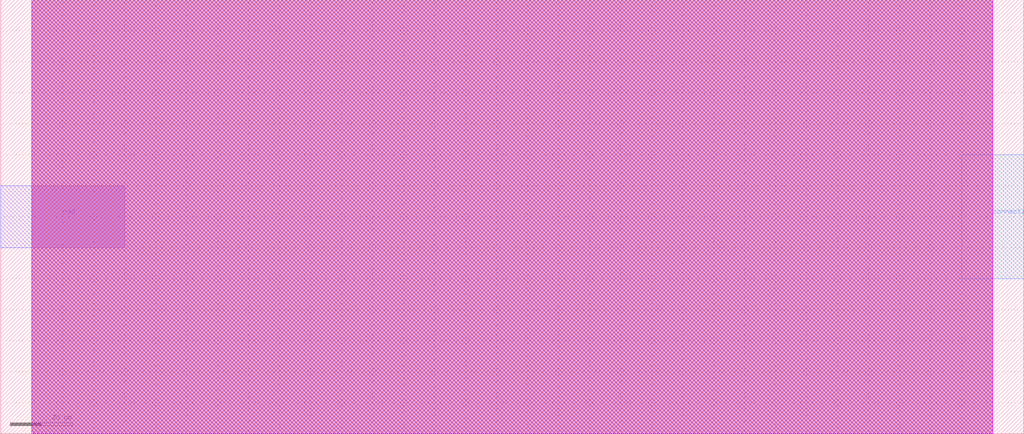
<source format=lef>
VERSION 5.7 ;
BUSBITCHARS "[]" ;
DIVIDERCHAR "/" ;

MACRO interconnect
  CLASS COVER BUMP ;
  SIZE 40 BY 40 ;
  ORIGIN 0 0 ;
  PIN pad
    DIRECTION INOUT ;
    USE SIGNAL ;
    PORT
      LAYER met10 ;
        RECT 0 0 40 40 ;
    END
  END pad
END interconnect

MACRO flush_hole_0
  CLASS PAD ;
  SIZE 40 BY 40 ;
  ORIGIN 0 0 ;
  PIN connection
    DIRECTION INOUT ;
    USE SIGNAL ;
    PORT
      LAYER met9 ;
        RECT 0 0 20 40 ;
    END
  END connection
  PIN pad
    DIRECTION INOUT ;
    USE SIGNAL ;
    PORT
      LAYER met10 ;
        RECT 20 0 40 40 ;
    END
  END pad
END flush_hole_0

MACRO pinhole_325px_met1
  CLASS PAD ;
  ORIGIN 0 0 ;
  FOREIGN pinhole_325px_met1 ;
  SIZE 140 BY 330 ;
  SYMMETRY X Y R90 ;
  PIN connection
    DIRECTION INOUT ;
    USE SIGNAL ;
    PORT
      LAYER met1 ;
        RECT 69 325 71 327 ;
    END
  END connection
  PIN pad
    DIRECTION INOUT ;
    USE SIGNAL ;
    PORT
      LAYER met10 ;
        RECT 69 0 71 2 ;
    END
  END pad
  OBS
    LAYER met1 ;
      RECT 0 0 140 325 ;
    LAYER met2 ;
      RECT 0 0 140 325 ;
    LAYER met3 ;
      RECT 0 0 140 325 ;
    LAYER met4 ;
      RECT 0 0 140 325 ;
  END
END pinhole_325px_met1
MACRO pinhole_325px_met2
  CLASS PAD ;
  ORIGIN 0 0 ;
  FOREIGN pinhole_325px_met2 ;
  SIZE 140 BY 330 ;
  SYMMETRY X Y R90 ;
  PIN connection
    DIRECTION INOUT ;
    USE SIGNAL ;
    PORT
      LAYER met2 ;
        RECT 69 325 71 327 ;
    END
  END connection
  PIN pad
    DIRECTION INOUT ;
    USE SIGNAL ;
    PORT
      LAYER met10 ;
        RECT 69 0 71 2 ;
    END
  END pad
  OBS
    LAYER met1 ;
      RECT 0 0 140 330 ;
    LAYER met2 ;
      RECT 0 0 140 330 ;
    LAYER met3 ;
      RECT 0 0 140 330 ;
    LAYER met4 ;
      RECT 0 0 140 330 ;
    LAYER met5 ;
      RECT 0 0 140 330 ;
  END
END pinhole_325px_met2

# Reminder to myself this is the previously working one
MACRO pinhole_325px_met3
  CLASS PAD ;
  ORIGIN 0 0 ;
  FOREIGN pinhole_325px_met3 ;
  SIZE 330 BY 140 ;
  SYMMETRY X Y R90 ;
  PIN connection
    DIRECTION INOUT ;
    USE SIGNAL ;
    PORT
      LAYER met3 ;
        RECT 320 69 325 71 ;
    END
  END connection
  PIN pad
    DIRECTION INOUT ;
    USE SIGNAL ;
    PORT
      LAYER met10 ;
        RECT 0 69 2 71 ;
    END
  END pad
  OBS
    LAYER met1 ;
      RECT 10 0 320 140 ;
    LAYER met2 ;
      RECT 10 0 320 140 ;
    LAYER met3 ;
      RECT 10 0 320 140 ;
    LAYER met4 ;
      RECT 10 0 320 140 ;
    LAYER met5 ;
      RECT 10 0 320 140 ;
    LAYER met6 ;
      RECT 10 0 320 140 ;
  END
END pinhole_325px_met3

# Reminder to myself this is the previously working one
MACRO pinhole_325px_42
  CLASS PAD ;
  ORIGIN 0 0 ;
  FOREIGN pinhole_325px_0 ;
  SIZE 330 BY 140 ;
  SYMMETRY X Y R90 ;
  PIN connection
    DIRECTION INOUT ;
    USE SIGNAL ;
    PORT
      LAYER met3 ;
        RECT 310 50 330 90 ;
    END
  END connection
  PIN pad
    DIRECTION INOUT ;
    USE SIGNAL ;
    PORT
      LAYER met10 ;
        RECT 0 60 40 80 ;
    END
  END pad
  OBS
    LAYER met1 ;
      RECT 10 0 320 140 ;
    LAYER met2 ;
      RECT 10 0 320 140 ;
    LAYER met3 ;
      RECT 10 0 320 140 ;
    LAYER met4 ;
      RECT 10 0 320 140 ;
    LAYER met5 ;
      RECT 10 0 320 140 ;
    LAYER met6 ;
      RECT 10 0 320 140 ;
  END
END pinhole_325px_42

MACRO pinhole_325px_met4
  CLASS PAD ;
  ORIGIN 0 0 ;
  FOREIGN pinhole_325px_met4 ;
  SIZE 140 BY 330 ;
  SYMMETRY X Y R90 ;
  PIN connection
    DIRECTION INOUT ;
    USE SIGNAL ;
    PORT
      LAYER met4 ;
        RECT 69 325 71 327 ;
    END
  END connection
  PIN pad
    DIRECTION INOUT ;
    USE SIGNAL ;
    PORT
      LAYER met10 ;
        RECT 69 0 71 2 ;
    END
  END pad
  OBS
    LAYER met1 ;
      RECT 0 0 140 330 ;
    LAYER met2 ;
      RECT 0 0 140 330 ;
    LAYER met3 ;
      RECT 0 0 140 330 ;
    LAYER met4 ;
      RECT 0 0 140 330 ;
    LAYER met5 ;
      RECT 0 0 140 330 ;
    LAYER met6 ;
      RECT 0 0 140 330 ;
    LAYER met7 ;
      RECT 0 0 140 330 ;
  END
END pinhole_325px_met4
MACRO pinhole_325px_met5
  CLASS PAD ;
  ORIGIN 0 0 ;
  FOREIGN pinhole_325px_met5 ;
  SIZE 330 BY 140 ;
  SYMMETRY X Y R90 ;
  PIN connection
    DIRECTION INOUT ;
    USE SIGNAL ;
    PORT
      LAYER met1 ;
        RECT 310 60 330 80 ;
    END
  END connection
  PIN pad
    DIRECTION INOUT ;
    USE SIGNAL ;
    PORT
      LAYER met9 ;
        RECT 0 60 20 80 ;
    END
  END pad
  OBS
    LAYER met1 ;
      RECT 20 0 310 140 ;
    LAYER met2 ;
      RECT 20 0 310 140 ;
    LAYER met3 ;
      RECT 20 0 310 140 ;
    LAYER met4 ;
      RECT 20 0 310 140 ;
    LAYER met5 ;
      RECT 20 0 310 140 ;
    LAYER met6 ;
      RECT 20 0 310 140 ;
    LAYER met7 ;
      RECT 20 0 310 140 ;
    LAYER met8 ;
      RECT 20 0 310 140 ;
    LAYER met9 ;
      RECT 20 0 310 140 ;
  END
END pinhole_325px_met5
MACRO pinhole_325px_met6
  CLASS PAD ;
  ORIGIN 0 0 ;
  FOREIGN pinhole_325px_met6 ;
  SIZE 140 BY 330 ;
  SYMMETRY X Y R90 ;
  PIN connection
    DIRECTION INOUT ;
    USE SIGNAL ;
    PORT
      LAYER met6 ;
        RECT 69 325 71 327 ;
    END
  END connection
  PIN pad
    DIRECTION INOUT ;
    USE SIGNAL ;
    PORT
      LAYER met10 ;
        RECT 69 0 71 2 ;
    END
  END pad
  OBS
    LAYER met3 ;
      RECT 0 0 140 330 ;
    LAYER met4 ;
      RECT 0 0 140 330 ;
    LAYER met5 ;
      RECT 0 0 140 330 ;
    LAYER met6 ;
      RECT 0 0 140 330 ;
    LAYER met7 ;
      RECT 0 0 140 330 ;
    LAYER met8 ;
      RECT 0 0 140 330 ;
    LAYER met9 ;
      RECT 0 0 140 330 ;
  END
END pinhole_325px_met6
MACRO pinhole_325px_met7
  CLASS PAD ;
  ORIGIN 0 0 ;
  FOREIGN pinhole_325px_met7 ;
  SIZE 140 BY 330 ;
  SYMMETRY X Y R90 ;
  PIN connection
    DIRECTION INOUT ;
    USE SIGNAL ;
    PORT
      LAYER met7 ;
        RECT 69 325 71 327 ;
    END
  END connection
  PIN pad
    DIRECTION INOUT ;
    USE SIGNAL ;
    PORT
      LAYER met10 ;
        RECT 69 0 71 2 ;
    END
  END pad
  OBS
    LAYER met4 ;
      RECT 0 0 140 330 ;
    LAYER met5 ;
      RECT 0 0 140 330 ;
    LAYER met6 ;
      RECT 0 0 140 330 ;
    LAYER met7 ;
      RECT 0 0 140 330 ;
    LAYER met8 ;
      RECT 0 0 140 330 ;
    LAYER met9 ;
      RECT 0 0 140 330 ;
    LAYER met10 ;
      RECT 0 0 140 330 ;
  END
END pinhole_325px_met7
MACRO pinhole_325px_met8
  CLASS PAD ;
  ORIGIN 0 0 ;
  FOREIGN pinhole_325px_met8 ;
  SIZE 140 BY 330 ;
  SYMMETRY X Y R90 ;
  PIN connection
    DIRECTION INOUT ;
    USE SIGNAL ;
    PORT
      LAYER met8 ;
        RECT 69 325 71 327 ;
    END
  END connection
  PIN pad
    DIRECTION INOUT ;
    USE SIGNAL ;
    PORT
      LAYER met10 ;
        RECT 69 0 71 2 ;
    END
  END pad
  OBS
    LAYER met5 ;
      RECT 0 0 140 330 ;
    LAYER met6 ;
      RECT 0 0 140 330 ;
    LAYER met7 ;
      RECT 0 0 140 330 ;
    LAYER met8 ;
      RECT 0 0 140 330 ;
    LAYER met9 ;
      RECT 0 0 140 330 ;
    LAYER met10 ;
      RECT 0 0 140 330 ;
  END
END pinhole_325px_met8
MACRO pinhole_325px_met9
  CLASS PAD ;
  ORIGIN 0 0 ;
  FOREIGN pinhole_325px_met9 ;
  SIZE 140 BY 330 ;
  SYMMETRY X Y R90 ;
  PIN connection
    DIRECTION INOUT ;
    USE SIGNAL ;
    PORT
      LAYER met9 ;
        RECT 69 325 71 327 ;
    END
  END connection
  PIN pad
    DIRECTION INOUT ;
    USE SIGNAL ;
    PORT
      LAYER met10 ;
        RECT 69 0 71 2 ;
    END
  END pad
  OBS
    LAYER met6 ;
      RECT 0 0 140 330 ;
    LAYER met7 ;
      RECT 0 0 140 330 ;
    LAYER met8 ;
      RECT 0 0 140 330 ;
    LAYER met9 ;
      RECT 0 0 140 330 ;
    LAYER met10 ;
      RECT 0 0 140 330 ;
  END
END pinhole_325px_met9

MACRO pinhole_325px_met10
  CLASS PAD ;
  ORIGIN 0 0 ;
  FOREIGN pinhole_325px_met10 ;
  SIZE 140 BY 330 ;
  SYMMETRY X Y R90 ;
  PIN connection
    DIRECTION INOUT ;
    USE SIGNAL ;
    PORT
      LAYER met10 ;
        RECT 69 325 71 327 ;
    END
  END connection
  PIN pad
    DIRECTION INOUT ;
    USE SIGNAL ;
    PORT
      LAYER met10 ;
        RECT 69 0 71 2 ;
    END
  END pad
  OBS
    LAYER met7 ;
      RECT 0 0 140 330 ;
    LAYER met8 ;
      RECT 0 0 140 330 ;
    LAYER met9 ;
      RECT 0 0 140 330 ;
    LAYER met10 ;
      RECT 0 0 140 330 ;
  END
END pinhole_325px_met10

END LIBRARY

</source>
